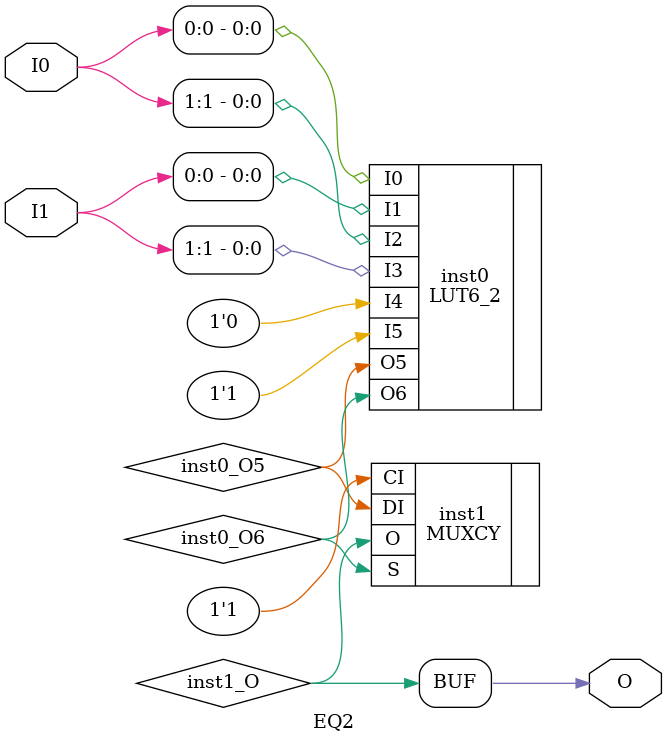
<source format=v>
module EQ2 (input [1:0] I0, input [1:0] I1, output  O);
wire  inst0_O5;
wire  inst0_O6;
wire  inst1_O;
LUT6_2 #(.INIT(64'h9009900900000000)) inst0 (.I0(I0[0]), .I1(I1[0]), .I2(I0[1]), .I3(I1[1]), .I4(1'b0), .I5(1'b1), .O5(inst0_O5), .O6(inst0_O6));
MUXCY inst1 (.DI(inst0_O5), .CI(1'b1), .S(inst0_O6), .O(inst1_O));
assign O = inst1_O;
endmodule


</source>
